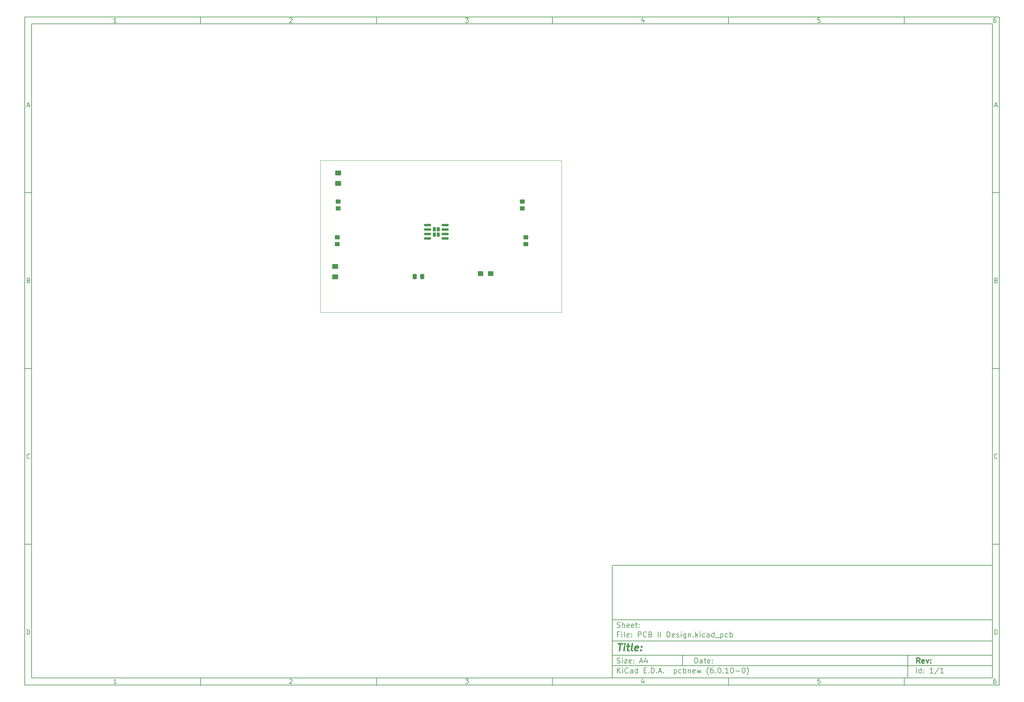
<source format=gbr>
%TF.GenerationSoftware,KiCad,Pcbnew,(6.0.10-0)*%
%TF.CreationDate,2023-02-24T22:40:58-08:00*%
%TF.ProjectId,PCB II Design,50434220-4949-4204-9465-7369676e2e6b,rev?*%
%TF.SameCoordinates,Original*%
%TF.FileFunction,Paste,Top*%
%TF.FilePolarity,Positive*%
%FSLAX46Y46*%
G04 Gerber Fmt 4.6, Leading zero omitted, Abs format (unit mm)*
G04 Created by KiCad (PCBNEW (6.0.10-0)) date 2023-02-24 22:40:58*
%MOMM*%
%LPD*%
G01*
G04 APERTURE LIST*
G04 Aperture macros list*
%AMRoundRect*
0 Rectangle with rounded corners*
0 $1 Rounding radius*
0 $2 $3 $4 $5 $6 $7 $8 $9 X,Y pos of 4 corners*
0 Add a 4 corners polygon primitive as box body*
4,1,4,$2,$3,$4,$5,$6,$7,$8,$9,$2,$3,0*
0 Add four circle primitives for the rounded corners*
1,1,$1+$1,$2,$3*
1,1,$1+$1,$4,$5*
1,1,$1+$1,$6,$7*
1,1,$1+$1,$8,$9*
0 Add four rect primitives between the rounded corners*
20,1,$1+$1,$2,$3,$4,$5,0*
20,1,$1+$1,$4,$5,$6,$7,0*
20,1,$1+$1,$6,$7,$8,$9,0*
20,1,$1+$1,$8,$9,$2,$3,0*%
G04 Aperture macros list end*
%ADD10C,0.100000*%
%ADD11C,0.150000*%
%ADD12C,0.300000*%
%ADD13C,0.400000*%
%TA.AperFunction,Profile*%
%ADD14C,0.100000*%
%TD*%
%ADD15RoundRect,0.250000X-0.450000X0.350000X-0.450000X-0.350000X0.450000X-0.350000X0.450000X0.350000X0*%
%ADD16RoundRect,0.250000X0.337500X0.475000X-0.337500X0.475000X-0.337500X-0.475000X0.337500X-0.475000X0*%
%ADD17RoundRect,0.250001X0.624999X-0.462499X0.624999X0.462499X-0.624999X0.462499X-0.624999X-0.462499X0*%
%ADD18RoundRect,0.230000X-0.230000X-0.375000X0.230000X-0.375000X0.230000X0.375000X-0.230000X0.375000X0*%
%ADD19RoundRect,0.150000X-0.825000X-0.150000X0.825000X-0.150000X0.825000X0.150000X-0.825000X0.150000X0*%
%ADD20RoundRect,0.250000X0.537500X0.425000X-0.537500X0.425000X-0.537500X-0.425000X0.537500X-0.425000X0*%
G04 APERTURE END LIST*
D10*
D11*
X177002200Y-166007200D02*
X177002200Y-198007200D01*
X285002200Y-198007200D01*
X285002200Y-166007200D01*
X177002200Y-166007200D01*
D10*
D11*
X10000000Y-10000000D02*
X10000000Y-200007200D01*
X287002200Y-200007200D01*
X287002200Y-10000000D01*
X10000000Y-10000000D01*
D10*
D11*
X12000000Y-12000000D02*
X12000000Y-198007200D01*
X285002200Y-198007200D01*
X285002200Y-12000000D01*
X12000000Y-12000000D01*
D10*
D11*
X60000000Y-12000000D02*
X60000000Y-10000000D01*
D10*
D11*
X110000000Y-12000000D02*
X110000000Y-10000000D01*
D10*
D11*
X160000000Y-12000000D02*
X160000000Y-10000000D01*
D10*
D11*
X210000000Y-12000000D02*
X210000000Y-10000000D01*
D10*
D11*
X260000000Y-12000000D02*
X260000000Y-10000000D01*
D10*
D11*
X36065476Y-11588095D02*
X35322619Y-11588095D01*
X35694047Y-11588095D02*
X35694047Y-10288095D01*
X35570238Y-10473809D01*
X35446428Y-10597619D01*
X35322619Y-10659523D01*
D10*
D11*
X85322619Y-10411904D02*
X85384523Y-10350000D01*
X85508333Y-10288095D01*
X85817857Y-10288095D01*
X85941666Y-10350000D01*
X86003571Y-10411904D01*
X86065476Y-10535714D01*
X86065476Y-10659523D01*
X86003571Y-10845238D01*
X85260714Y-11588095D01*
X86065476Y-11588095D01*
D10*
D11*
X135260714Y-10288095D02*
X136065476Y-10288095D01*
X135632142Y-10783333D01*
X135817857Y-10783333D01*
X135941666Y-10845238D01*
X136003571Y-10907142D01*
X136065476Y-11030952D01*
X136065476Y-11340476D01*
X136003571Y-11464285D01*
X135941666Y-11526190D01*
X135817857Y-11588095D01*
X135446428Y-11588095D01*
X135322619Y-11526190D01*
X135260714Y-11464285D01*
D10*
D11*
X185941666Y-10721428D02*
X185941666Y-11588095D01*
X185632142Y-10226190D02*
X185322619Y-11154761D01*
X186127380Y-11154761D01*
D10*
D11*
X236003571Y-10288095D02*
X235384523Y-10288095D01*
X235322619Y-10907142D01*
X235384523Y-10845238D01*
X235508333Y-10783333D01*
X235817857Y-10783333D01*
X235941666Y-10845238D01*
X236003571Y-10907142D01*
X236065476Y-11030952D01*
X236065476Y-11340476D01*
X236003571Y-11464285D01*
X235941666Y-11526190D01*
X235817857Y-11588095D01*
X235508333Y-11588095D01*
X235384523Y-11526190D01*
X235322619Y-11464285D01*
D10*
D11*
X285941666Y-10288095D02*
X285694047Y-10288095D01*
X285570238Y-10350000D01*
X285508333Y-10411904D01*
X285384523Y-10597619D01*
X285322619Y-10845238D01*
X285322619Y-11340476D01*
X285384523Y-11464285D01*
X285446428Y-11526190D01*
X285570238Y-11588095D01*
X285817857Y-11588095D01*
X285941666Y-11526190D01*
X286003571Y-11464285D01*
X286065476Y-11340476D01*
X286065476Y-11030952D01*
X286003571Y-10907142D01*
X285941666Y-10845238D01*
X285817857Y-10783333D01*
X285570238Y-10783333D01*
X285446428Y-10845238D01*
X285384523Y-10907142D01*
X285322619Y-11030952D01*
D10*
D11*
X60000000Y-198007200D02*
X60000000Y-200007200D01*
D10*
D11*
X110000000Y-198007200D02*
X110000000Y-200007200D01*
D10*
D11*
X160000000Y-198007200D02*
X160000000Y-200007200D01*
D10*
D11*
X210000000Y-198007200D02*
X210000000Y-200007200D01*
D10*
D11*
X260000000Y-198007200D02*
X260000000Y-200007200D01*
D10*
D11*
X36065476Y-199595295D02*
X35322619Y-199595295D01*
X35694047Y-199595295D02*
X35694047Y-198295295D01*
X35570238Y-198481009D01*
X35446428Y-198604819D01*
X35322619Y-198666723D01*
D10*
D11*
X85322619Y-198419104D02*
X85384523Y-198357200D01*
X85508333Y-198295295D01*
X85817857Y-198295295D01*
X85941666Y-198357200D01*
X86003571Y-198419104D01*
X86065476Y-198542914D01*
X86065476Y-198666723D01*
X86003571Y-198852438D01*
X85260714Y-199595295D01*
X86065476Y-199595295D01*
D10*
D11*
X135260714Y-198295295D02*
X136065476Y-198295295D01*
X135632142Y-198790533D01*
X135817857Y-198790533D01*
X135941666Y-198852438D01*
X136003571Y-198914342D01*
X136065476Y-199038152D01*
X136065476Y-199347676D01*
X136003571Y-199471485D01*
X135941666Y-199533390D01*
X135817857Y-199595295D01*
X135446428Y-199595295D01*
X135322619Y-199533390D01*
X135260714Y-199471485D01*
D10*
D11*
X185941666Y-198728628D02*
X185941666Y-199595295D01*
X185632142Y-198233390D02*
X185322619Y-199161961D01*
X186127380Y-199161961D01*
D10*
D11*
X236003571Y-198295295D02*
X235384523Y-198295295D01*
X235322619Y-198914342D01*
X235384523Y-198852438D01*
X235508333Y-198790533D01*
X235817857Y-198790533D01*
X235941666Y-198852438D01*
X236003571Y-198914342D01*
X236065476Y-199038152D01*
X236065476Y-199347676D01*
X236003571Y-199471485D01*
X235941666Y-199533390D01*
X235817857Y-199595295D01*
X235508333Y-199595295D01*
X235384523Y-199533390D01*
X235322619Y-199471485D01*
D10*
D11*
X285941666Y-198295295D02*
X285694047Y-198295295D01*
X285570238Y-198357200D01*
X285508333Y-198419104D01*
X285384523Y-198604819D01*
X285322619Y-198852438D01*
X285322619Y-199347676D01*
X285384523Y-199471485D01*
X285446428Y-199533390D01*
X285570238Y-199595295D01*
X285817857Y-199595295D01*
X285941666Y-199533390D01*
X286003571Y-199471485D01*
X286065476Y-199347676D01*
X286065476Y-199038152D01*
X286003571Y-198914342D01*
X285941666Y-198852438D01*
X285817857Y-198790533D01*
X285570238Y-198790533D01*
X285446428Y-198852438D01*
X285384523Y-198914342D01*
X285322619Y-199038152D01*
D10*
D11*
X10000000Y-60000000D02*
X12000000Y-60000000D01*
D10*
D11*
X10000000Y-110000000D02*
X12000000Y-110000000D01*
D10*
D11*
X10000000Y-160000000D02*
X12000000Y-160000000D01*
D10*
D11*
X10690476Y-35216666D02*
X11309523Y-35216666D01*
X10566666Y-35588095D02*
X11000000Y-34288095D01*
X11433333Y-35588095D01*
D10*
D11*
X11092857Y-84907142D02*
X11278571Y-84969047D01*
X11340476Y-85030952D01*
X11402380Y-85154761D01*
X11402380Y-85340476D01*
X11340476Y-85464285D01*
X11278571Y-85526190D01*
X11154761Y-85588095D01*
X10659523Y-85588095D01*
X10659523Y-84288095D01*
X11092857Y-84288095D01*
X11216666Y-84350000D01*
X11278571Y-84411904D01*
X11340476Y-84535714D01*
X11340476Y-84659523D01*
X11278571Y-84783333D01*
X11216666Y-84845238D01*
X11092857Y-84907142D01*
X10659523Y-84907142D01*
D10*
D11*
X11402380Y-135464285D02*
X11340476Y-135526190D01*
X11154761Y-135588095D01*
X11030952Y-135588095D01*
X10845238Y-135526190D01*
X10721428Y-135402380D01*
X10659523Y-135278571D01*
X10597619Y-135030952D01*
X10597619Y-134845238D01*
X10659523Y-134597619D01*
X10721428Y-134473809D01*
X10845238Y-134350000D01*
X11030952Y-134288095D01*
X11154761Y-134288095D01*
X11340476Y-134350000D01*
X11402380Y-134411904D01*
D10*
D11*
X10659523Y-185588095D02*
X10659523Y-184288095D01*
X10969047Y-184288095D01*
X11154761Y-184350000D01*
X11278571Y-184473809D01*
X11340476Y-184597619D01*
X11402380Y-184845238D01*
X11402380Y-185030952D01*
X11340476Y-185278571D01*
X11278571Y-185402380D01*
X11154761Y-185526190D01*
X10969047Y-185588095D01*
X10659523Y-185588095D01*
D10*
D11*
X287002200Y-60000000D02*
X285002200Y-60000000D01*
D10*
D11*
X287002200Y-110000000D02*
X285002200Y-110000000D01*
D10*
D11*
X287002200Y-160000000D02*
X285002200Y-160000000D01*
D10*
D11*
X285692676Y-35216666D02*
X286311723Y-35216666D01*
X285568866Y-35588095D02*
X286002200Y-34288095D01*
X286435533Y-35588095D01*
D10*
D11*
X286095057Y-84907142D02*
X286280771Y-84969047D01*
X286342676Y-85030952D01*
X286404580Y-85154761D01*
X286404580Y-85340476D01*
X286342676Y-85464285D01*
X286280771Y-85526190D01*
X286156961Y-85588095D01*
X285661723Y-85588095D01*
X285661723Y-84288095D01*
X286095057Y-84288095D01*
X286218866Y-84350000D01*
X286280771Y-84411904D01*
X286342676Y-84535714D01*
X286342676Y-84659523D01*
X286280771Y-84783333D01*
X286218866Y-84845238D01*
X286095057Y-84907142D01*
X285661723Y-84907142D01*
D10*
D11*
X286404580Y-135464285D02*
X286342676Y-135526190D01*
X286156961Y-135588095D01*
X286033152Y-135588095D01*
X285847438Y-135526190D01*
X285723628Y-135402380D01*
X285661723Y-135278571D01*
X285599819Y-135030952D01*
X285599819Y-134845238D01*
X285661723Y-134597619D01*
X285723628Y-134473809D01*
X285847438Y-134350000D01*
X286033152Y-134288095D01*
X286156961Y-134288095D01*
X286342676Y-134350000D01*
X286404580Y-134411904D01*
D10*
D11*
X285661723Y-185588095D02*
X285661723Y-184288095D01*
X285971247Y-184288095D01*
X286156961Y-184350000D01*
X286280771Y-184473809D01*
X286342676Y-184597619D01*
X286404580Y-184845238D01*
X286404580Y-185030952D01*
X286342676Y-185278571D01*
X286280771Y-185402380D01*
X286156961Y-185526190D01*
X285971247Y-185588095D01*
X285661723Y-185588095D01*
D10*
D11*
X200434342Y-193785771D02*
X200434342Y-192285771D01*
X200791485Y-192285771D01*
X201005771Y-192357200D01*
X201148628Y-192500057D01*
X201220057Y-192642914D01*
X201291485Y-192928628D01*
X201291485Y-193142914D01*
X201220057Y-193428628D01*
X201148628Y-193571485D01*
X201005771Y-193714342D01*
X200791485Y-193785771D01*
X200434342Y-193785771D01*
X202577200Y-193785771D02*
X202577200Y-193000057D01*
X202505771Y-192857200D01*
X202362914Y-192785771D01*
X202077200Y-192785771D01*
X201934342Y-192857200D01*
X202577200Y-193714342D02*
X202434342Y-193785771D01*
X202077200Y-193785771D01*
X201934342Y-193714342D01*
X201862914Y-193571485D01*
X201862914Y-193428628D01*
X201934342Y-193285771D01*
X202077200Y-193214342D01*
X202434342Y-193214342D01*
X202577200Y-193142914D01*
X203077200Y-192785771D02*
X203648628Y-192785771D01*
X203291485Y-192285771D02*
X203291485Y-193571485D01*
X203362914Y-193714342D01*
X203505771Y-193785771D01*
X203648628Y-193785771D01*
X204720057Y-193714342D02*
X204577200Y-193785771D01*
X204291485Y-193785771D01*
X204148628Y-193714342D01*
X204077200Y-193571485D01*
X204077200Y-193000057D01*
X204148628Y-192857200D01*
X204291485Y-192785771D01*
X204577200Y-192785771D01*
X204720057Y-192857200D01*
X204791485Y-193000057D01*
X204791485Y-193142914D01*
X204077200Y-193285771D01*
X205434342Y-193642914D02*
X205505771Y-193714342D01*
X205434342Y-193785771D01*
X205362914Y-193714342D01*
X205434342Y-193642914D01*
X205434342Y-193785771D01*
X205434342Y-192857200D02*
X205505771Y-192928628D01*
X205434342Y-193000057D01*
X205362914Y-192928628D01*
X205434342Y-192857200D01*
X205434342Y-193000057D01*
D10*
D11*
X177002200Y-194507200D02*
X285002200Y-194507200D01*
D10*
D11*
X178434342Y-196585771D02*
X178434342Y-195085771D01*
X179291485Y-196585771D02*
X178648628Y-195728628D01*
X179291485Y-195085771D02*
X178434342Y-195942914D01*
X179934342Y-196585771D02*
X179934342Y-195585771D01*
X179934342Y-195085771D02*
X179862914Y-195157200D01*
X179934342Y-195228628D01*
X180005771Y-195157200D01*
X179934342Y-195085771D01*
X179934342Y-195228628D01*
X181505771Y-196442914D02*
X181434342Y-196514342D01*
X181220057Y-196585771D01*
X181077200Y-196585771D01*
X180862914Y-196514342D01*
X180720057Y-196371485D01*
X180648628Y-196228628D01*
X180577200Y-195942914D01*
X180577200Y-195728628D01*
X180648628Y-195442914D01*
X180720057Y-195300057D01*
X180862914Y-195157200D01*
X181077200Y-195085771D01*
X181220057Y-195085771D01*
X181434342Y-195157200D01*
X181505771Y-195228628D01*
X182791485Y-196585771D02*
X182791485Y-195800057D01*
X182720057Y-195657200D01*
X182577200Y-195585771D01*
X182291485Y-195585771D01*
X182148628Y-195657200D01*
X182791485Y-196514342D02*
X182648628Y-196585771D01*
X182291485Y-196585771D01*
X182148628Y-196514342D01*
X182077200Y-196371485D01*
X182077200Y-196228628D01*
X182148628Y-196085771D01*
X182291485Y-196014342D01*
X182648628Y-196014342D01*
X182791485Y-195942914D01*
X184148628Y-196585771D02*
X184148628Y-195085771D01*
X184148628Y-196514342D02*
X184005771Y-196585771D01*
X183720057Y-196585771D01*
X183577200Y-196514342D01*
X183505771Y-196442914D01*
X183434342Y-196300057D01*
X183434342Y-195871485D01*
X183505771Y-195728628D01*
X183577200Y-195657200D01*
X183720057Y-195585771D01*
X184005771Y-195585771D01*
X184148628Y-195657200D01*
X186005771Y-195800057D02*
X186505771Y-195800057D01*
X186720057Y-196585771D02*
X186005771Y-196585771D01*
X186005771Y-195085771D01*
X186720057Y-195085771D01*
X187362914Y-196442914D02*
X187434342Y-196514342D01*
X187362914Y-196585771D01*
X187291485Y-196514342D01*
X187362914Y-196442914D01*
X187362914Y-196585771D01*
X188077200Y-196585771D02*
X188077200Y-195085771D01*
X188434342Y-195085771D01*
X188648628Y-195157200D01*
X188791485Y-195300057D01*
X188862914Y-195442914D01*
X188934342Y-195728628D01*
X188934342Y-195942914D01*
X188862914Y-196228628D01*
X188791485Y-196371485D01*
X188648628Y-196514342D01*
X188434342Y-196585771D01*
X188077200Y-196585771D01*
X189577200Y-196442914D02*
X189648628Y-196514342D01*
X189577200Y-196585771D01*
X189505771Y-196514342D01*
X189577200Y-196442914D01*
X189577200Y-196585771D01*
X190220057Y-196157200D02*
X190934342Y-196157200D01*
X190077200Y-196585771D02*
X190577200Y-195085771D01*
X191077200Y-196585771D01*
X191577200Y-196442914D02*
X191648628Y-196514342D01*
X191577200Y-196585771D01*
X191505771Y-196514342D01*
X191577200Y-196442914D01*
X191577200Y-196585771D01*
X194577200Y-195585771D02*
X194577200Y-197085771D01*
X194577200Y-195657200D02*
X194720057Y-195585771D01*
X195005771Y-195585771D01*
X195148628Y-195657200D01*
X195220057Y-195728628D01*
X195291485Y-195871485D01*
X195291485Y-196300057D01*
X195220057Y-196442914D01*
X195148628Y-196514342D01*
X195005771Y-196585771D01*
X194720057Y-196585771D01*
X194577200Y-196514342D01*
X196577200Y-196514342D02*
X196434342Y-196585771D01*
X196148628Y-196585771D01*
X196005771Y-196514342D01*
X195934342Y-196442914D01*
X195862914Y-196300057D01*
X195862914Y-195871485D01*
X195934342Y-195728628D01*
X196005771Y-195657200D01*
X196148628Y-195585771D01*
X196434342Y-195585771D01*
X196577200Y-195657200D01*
X197220057Y-196585771D02*
X197220057Y-195085771D01*
X197220057Y-195657200D02*
X197362914Y-195585771D01*
X197648628Y-195585771D01*
X197791485Y-195657200D01*
X197862914Y-195728628D01*
X197934342Y-195871485D01*
X197934342Y-196300057D01*
X197862914Y-196442914D01*
X197791485Y-196514342D01*
X197648628Y-196585771D01*
X197362914Y-196585771D01*
X197220057Y-196514342D01*
X198577200Y-195585771D02*
X198577200Y-196585771D01*
X198577200Y-195728628D02*
X198648628Y-195657200D01*
X198791485Y-195585771D01*
X199005771Y-195585771D01*
X199148628Y-195657200D01*
X199220057Y-195800057D01*
X199220057Y-196585771D01*
X200505771Y-196514342D02*
X200362914Y-196585771D01*
X200077200Y-196585771D01*
X199934342Y-196514342D01*
X199862914Y-196371485D01*
X199862914Y-195800057D01*
X199934342Y-195657200D01*
X200077200Y-195585771D01*
X200362914Y-195585771D01*
X200505771Y-195657200D01*
X200577200Y-195800057D01*
X200577200Y-195942914D01*
X199862914Y-196085771D01*
X201077200Y-195585771D02*
X201362914Y-196585771D01*
X201648628Y-195871485D01*
X201934342Y-196585771D01*
X202220057Y-195585771D01*
X204362914Y-197157200D02*
X204291485Y-197085771D01*
X204148628Y-196871485D01*
X204077200Y-196728628D01*
X204005771Y-196514342D01*
X203934342Y-196157200D01*
X203934342Y-195871485D01*
X204005771Y-195514342D01*
X204077200Y-195300057D01*
X204148628Y-195157200D01*
X204291485Y-194942914D01*
X204362914Y-194871485D01*
X205577200Y-195085771D02*
X205291485Y-195085771D01*
X205148628Y-195157200D01*
X205077200Y-195228628D01*
X204934342Y-195442914D01*
X204862914Y-195728628D01*
X204862914Y-196300057D01*
X204934342Y-196442914D01*
X205005771Y-196514342D01*
X205148628Y-196585771D01*
X205434342Y-196585771D01*
X205577200Y-196514342D01*
X205648628Y-196442914D01*
X205720057Y-196300057D01*
X205720057Y-195942914D01*
X205648628Y-195800057D01*
X205577200Y-195728628D01*
X205434342Y-195657200D01*
X205148628Y-195657200D01*
X205005771Y-195728628D01*
X204934342Y-195800057D01*
X204862914Y-195942914D01*
X206362914Y-196442914D02*
X206434342Y-196514342D01*
X206362914Y-196585771D01*
X206291485Y-196514342D01*
X206362914Y-196442914D01*
X206362914Y-196585771D01*
X207362914Y-195085771D02*
X207505771Y-195085771D01*
X207648628Y-195157200D01*
X207720057Y-195228628D01*
X207791485Y-195371485D01*
X207862914Y-195657200D01*
X207862914Y-196014342D01*
X207791485Y-196300057D01*
X207720057Y-196442914D01*
X207648628Y-196514342D01*
X207505771Y-196585771D01*
X207362914Y-196585771D01*
X207220057Y-196514342D01*
X207148628Y-196442914D01*
X207077200Y-196300057D01*
X207005771Y-196014342D01*
X207005771Y-195657200D01*
X207077200Y-195371485D01*
X207148628Y-195228628D01*
X207220057Y-195157200D01*
X207362914Y-195085771D01*
X208505771Y-196442914D02*
X208577200Y-196514342D01*
X208505771Y-196585771D01*
X208434342Y-196514342D01*
X208505771Y-196442914D01*
X208505771Y-196585771D01*
X210005771Y-196585771D02*
X209148628Y-196585771D01*
X209577200Y-196585771D02*
X209577200Y-195085771D01*
X209434342Y-195300057D01*
X209291485Y-195442914D01*
X209148628Y-195514342D01*
X210934342Y-195085771D02*
X211077200Y-195085771D01*
X211220057Y-195157200D01*
X211291485Y-195228628D01*
X211362914Y-195371485D01*
X211434342Y-195657200D01*
X211434342Y-196014342D01*
X211362914Y-196300057D01*
X211291485Y-196442914D01*
X211220057Y-196514342D01*
X211077200Y-196585771D01*
X210934342Y-196585771D01*
X210791485Y-196514342D01*
X210720057Y-196442914D01*
X210648628Y-196300057D01*
X210577200Y-196014342D01*
X210577200Y-195657200D01*
X210648628Y-195371485D01*
X210720057Y-195228628D01*
X210791485Y-195157200D01*
X210934342Y-195085771D01*
X212077200Y-196014342D02*
X213220057Y-196014342D01*
X214220057Y-195085771D02*
X214362914Y-195085771D01*
X214505771Y-195157200D01*
X214577200Y-195228628D01*
X214648628Y-195371485D01*
X214720057Y-195657200D01*
X214720057Y-196014342D01*
X214648628Y-196300057D01*
X214577200Y-196442914D01*
X214505771Y-196514342D01*
X214362914Y-196585771D01*
X214220057Y-196585771D01*
X214077200Y-196514342D01*
X214005771Y-196442914D01*
X213934342Y-196300057D01*
X213862914Y-196014342D01*
X213862914Y-195657200D01*
X213934342Y-195371485D01*
X214005771Y-195228628D01*
X214077200Y-195157200D01*
X214220057Y-195085771D01*
X215220057Y-197157200D02*
X215291485Y-197085771D01*
X215434342Y-196871485D01*
X215505771Y-196728628D01*
X215577200Y-196514342D01*
X215648628Y-196157200D01*
X215648628Y-195871485D01*
X215577200Y-195514342D01*
X215505771Y-195300057D01*
X215434342Y-195157200D01*
X215291485Y-194942914D01*
X215220057Y-194871485D01*
D10*
D11*
X177002200Y-191507200D02*
X285002200Y-191507200D01*
D10*
D12*
X264411485Y-193785771D02*
X263911485Y-193071485D01*
X263554342Y-193785771D02*
X263554342Y-192285771D01*
X264125771Y-192285771D01*
X264268628Y-192357200D01*
X264340057Y-192428628D01*
X264411485Y-192571485D01*
X264411485Y-192785771D01*
X264340057Y-192928628D01*
X264268628Y-193000057D01*
X264125771Y-193071485D01*
X263554342Y-193071485D01*
X265625771Y-193714342D02*
X265482914Y-193785771D01*
X265197200Y-193785771D01*
X265054342Y-193714342D01*
X264982914Y-193571485D01*
X264982914Y-193000057D01*
X265054342Y-192857200D01*
X265197200Y-192785771D01*
X265482914Y-192785771D01*
X265625771Y-192857200D01*
X265697200Y-193000057D01*
X265697200Y-193142914D01*
X264982914Y-193285771D01*
X266197200Y-192785771D02*
X266554342Y-193785771D01*
X266911485Y-192785771D01*
X267482914Y-193642914D02*
X267554342Y-193714342D01*
X267482914Y-193785771D01*
X267411485Y-193714342D01*
X267482914Y-193642914D01*
X267482914Y-193785771D01*
X267482914Y-192857200D02*
X267554342Y-192928628D01*
X267482914Y-193000057D01*
X267411485Y-192928628D01*
X267482914Y-192857200D01*
X267482914Y-193000057D01*
D10*
D11*
X178362914Y-193714342D02*
X178577200Y-193785771D01*
X178934342Y-193785771D01*
X179077200Y-193714342D01*
X179148628Y-193642914D01*
X179220057Y-193500057D01*
X179220057Y-193357200D01*
X179148628Y-193214342D01*
X179077200Y-193142914D01*
X178934342Y-193071485D01*
X178648628Y-193000057D01*
X178505771Y-192928628D01*
X178434342Y-192857200D01*
X178362914Y-192714342D01*
X178362914Y-192571485D01*
X178434342Y-192428628D01*
X178505771Y-192357200D01*
X178648628Y-192285771D01*
X179005771Y-192285771D01*
X179220057Y-192357200D01*
X179862914Y-193785771D02*
X179862914Y-192785771D01*
X179862914Y-192285771D02*
X179791485Y-192357200D01*
X179862914Y-192428628D01*
X179934342Y-192357200D01*
X179862914Y-192285771D01*
X179862914Y-192428628D01*
X180434342Y-192785771D02*
X181220057Y-192785771D01*
X180434342Y-193785771D01*
X181220057Y-193785771D01*
X182362914Y-193714342D02*
X182220057Y-193785771D01*
X181934342Y-193785771D01*
X181791485Y-193714342D01*
X181720057Y-193571485D01*
X181720057Y-193000057D01*
X181791485Y-192857200D01*
X181934342Y-192785771D01*
X182220057Y-192785771D01*
X182362914Y-192857200D01*
X182434342Y-193000057D01*
X182434342Y-193142914D01*
X181720057Y-193285771D01*
X183077200Y-193642914D02*
X183148628Y-193714342D01*
X183077200Y-193785771D01*
X183005771Y-193714342D01*
X183077200Y-193642914D01*
X183077200Y-193785771D01*
X183077200Y-192857200D02*
X183148628Y-192928628D01*
X183077200Y-193000057D01*
X183005771Y-192928628D01*
X183077200Y-192857200D01*
X183077200Y-193000057D01*
X184862914Y-193357200D02*
X185577200Y-193357200D01*
X184720057Y-193785771D02*
X185220057Y-192285771D01*
X185720057Y-193785771D01*
X186862914Y-192785771D02*
X186862914Y-193785771D01*
X186505771Y-192214342D02*
X186148628Y-193285771D01*
X187077200Y-193285771D01*
D10*
D11*
X263434342Y-196585771D02*
X263434342Y-195085771D01*
X264791485Y-196585771D02*
X264791485Y-195085771D01*
X264791485Y-196514342D02*
X264648628Y-196585771D01*
X264362914Y-196585771D01*
X264220057Y-196514342D01*
X264148628Y-196442914D01*
X264077200Y-196300057D01*
X264077200Y-195871485D01*
X264148628Y-195728628D01*
X264220057Y-195657200D01*
X264362914Y-195585771D01*
X264648628Y-195585771D01*
X264791485Y-195657200D01*
X265505771Y-196442914D02*
X265577200Y-196514342D01*
X265505771Y-196585771D01*
X265434342Y-196514342D01*
X265505771Y-196442914D01*
X265505771Y-196585771D01*
X265505771Y-195657200D02*
X265577200Y-195728628D01*
X265505771Y-195800057D01*
X265434342Y-195728628D01*
X265505771Y-195657200D01*
X265505771Y-195800057D01*
X268148628Y-196585771D02*
X267291485Y-196585771D01*
X267720057Y-196585771D02*
X267720057Y-195085771D01*
X267577200Y-195300057D01*
X267434342Y-195442914D01*
X267291485Y-195514342D01*
X269862914Y-195014342D02*
X268577200Y-196942914D01*
X271148628Y-196585771D02*
X270291485Y-196585771D01*
X270720057Y-196585771D02*
X270720057Y-195085771D01*
X270577200Y-195300057D01*
X270434342Y-195442914D01*
X270291485Y-195514342D01*
D10*
D11*
X177002200Y-187507200D02*
X285002200Y-187507200D01*
D10*
D13*
X178714580Y-188211961D02*
X179857438Y-188211961D01*
X179036009Y-190211961D02*
X179286009Y-188211961D01*
X180274104Y-190211961D02*
X180440771Y-188878628D01*
X180524104Y-188211961D02*
X180416961Y-188307200D01*
X180500295Y-188402438D01*
X180607438Y-188307200D01*
X180524104Y-188211961D01*
X180500295Y-188402438D01*
X181107438Y-188878628D02*
X181869342Y-188878628D01*
X181476485Y-188211961D02*
X181262200Y-189926247D01*
X181333628Y-190116723D01*
X181512200Y-190211961D01*
X181702676Y-190211961D01*
X182655057Y-190211961D02*
X182476485Y-190116723D01*
X182405057Y-189926247D01*
X182619342Y-188211961D01*
X184190771Y-190116723D02*
X183988390Y-190211961D01*
X183607438Y-190211961D01*
X183428866Y-190116723D01*
X183357438Y-189926247D01*
X183452676Y-189164342D01*
X183571723Y-188973866D01*
X183774104Y-188878628D01*
X184155057Y-188878628D01*
X184333628Y-188973866D01*
X184405057Y-189164342D01*
X184381247Y-189354819D01*
X183405057Y-189545295D01*
X185155057Y-190021485D02*
X185238390Y-190116723D01*
X185131247Y-190211961D01*
X185047914Y-190116723D01*
X185155057Y-190021485D01*
X185131247Y-190211961D01*
X185286009Y-188973866D02*
X185369342Y-189069104D01*
X185262200Y-189164342D01*
X185178866Y-189069104D01*
X185286009Y-188973866D01*
X185262200Y-189164342D01*
D10*
D11*
X178934342Y-185600057D02*
X178434342Y-185600057D01*
X178434342Y-186385771D02*
X178434342Y-184885771D01*
X179148628Y-184885771D01*
X179720057Y-186385771D02*
X179720057Y-185385771D01*
X179720057Y-184885771D02*
X179648628Y-184957200D01*
X179720057Y-185028628D01*
X179791485Y-184957200D01*
X179720057Y-184885771D01*
X179720057Y-185028628D01*
X180648628Y-186385771D02*
X180505771Y-186314342D01*
X180434342Y-186171485D01*
X180434342Y-184885771D01*
X181791485Y-186314342D02*
X181648628Y-186385771D01*
X181362914Y-186385771D01*
X181220057Y-186314342D01*
X181148628Y-186171485D01*
X181148628Y-185600057D01*
X181220057Y-185457200D01*
X181362914Y-185385771D01*
X181648628Y-185385771D01*
X181791485Y-185457200D01*
X181862914Y-185600057D01*
X181862914Y-185742914D01*
X181148628Y-185885771D01*
X182505771Y-186242914D02*
X182577200Y-186314342D01*
X182505771Y-186385771D01*
X182434342Y-186314342D01*
X182505771Y-186242914D01*
X182505771Y-186385771D01*
X182505771Y-185457200D02*
X182577200Y-185528628D01*
X182505771Y-185600057D01*
X182434342Y-185528628D01*
X182505771Y-185457200D01*
X182505771Y-185600057D01*
X184362914Y-186385771D02*
X184362914Y-184885771D01*
X184934342Y-184885771D01*
X185077200Y-184957200D01*
X185148628Y-185028628D01*
X185220057Y-185171485D01*
X185220057Y-185385771D01*
X185148628Y-185528628D01*
X185077200Y-185600057D01*
X184934342Y-185671485D01*
X184362914Y-185671485D01*
X186720057Y-186242914D02*
X186648628Y-186314342D01*
X186434342Y-186385771D01*
X186291485Y-186385771D01*
X186077200Y-186314342D01*
X185934342Y-186171485D01*
X185862914Y-186028628D01*
X185791485Y-185742914D01*
X185791485Y-185528628D01*
X185862914Y-185242914D01*
X185934342Y-185100057D01*
X186077200Y-184957200D01*
X186291485Y-184885771D01*
X186434342Y-184885771D01*
X186648628Y-184957200D01*
X186720057Y-185028628D01*
X187862914Y-185600057D02*
X188077200Y-185671485D01*
X188148628Y-185742914D01*
X188220057Y-185885771D01*
X188220057Y-186100057D01*
X188148628Y-186242914D01*
X188077200Y-186314342D01*
X187934342Y-186385771D01*
X187362914Y-186385771D01*
X187362914Y-184885771D01*
X187862914Y-184885771D01*
X188005771Y-184957200D01*
X188077200Y-185028628D01*
X188148628Y-185171485D01*
X188148628Y-185314342D01*
X188077200Y-185457200D01*
X188005771Y-185528628D01*
X187862914Y-185600057D01*
X187362914Y-185600057D01*
X190005771Y-186385771D02*
X190005771Y-184885771D01*
X190720057Y-186385771D02*
X190720057Y-184885771D01*
X192577200Y-186385771D02*
X192577200Y-184885771D01*
X192934342Y-184885771D01*
X193148628Y-184957200D01*
X193291485Y-185100057D01*
X193362914Y-185242914D01*
X193434342Y-185528628D01*
X193434342Y-185742914D01*
X193362914Y-186028628D01*
X193291485Y-186171485D01*
X193148628Y-186314342D01*
X192934342Y-186385771D01*
X192577200Y-186385771D01*
X194648628Y-186314342D02*
X194505771Y-186385771D01*
X194220057Y-186385771D01*
X194077200Y-186314342D01*
X194005771Y-186171485D01*
X194005771Y-185600057D01*
X194077200Y-185457200D01*
X194220057Y-185385771D01*
X194505771Y-185385771D01*
X194648628Y-185457200D01*
X194720057Y-185600057D01*
X194720057Y-185742914D01*
X194005771Y-185885771D01*
X195291485Y-186314342D02*
X195434342Y-186385771D01*
X195720057Y-186385771D01*
X195862914Y-186314342D01*
X195934342Y-186171485D01*
X195934342Y-186100057D01*
X195862914Y-185957200D01*
X195720057Y-185885771D01*
X195505771Y-185885771D01*
X195362914Y-185814342D01*
X195291485Y-185671485D01*
X195291485Y-185600057D01*
X195362914Y-185457200D01*
X195505771Y-185385771D01*
X195720057Y-185385771D01*
X195862914Y-185457200D01*
X196577200Y-186385771D02*
X196577200Y-185385771D01*
X196577200Y-184885771D02*
X196505771Y-184957200D01*
X196577200Y-185028628D01*
X196648628Y-184957200D01*
X196577200Y-184885771D01*
X196577200Y-185028628D01*
X197934342Y-185385771D02*
X197934342Y-186600057D01*
X197862914Y-186742914D01*
X197791485Y-186814342D01*
X197648628Y-186885771D01*
X197434342Y-186885771D01*
X197291485Y-186814342D01*
X197934342Y-186314342D02*
X197791485Y-186385771D01*
X197505771Y-186385771D01*
X197362914Y-186314342D01*
X197291485Y-186242914D01*
X197220057Y-186100057D01*
X197220057Y-185671485D01*
X197291485Y-185528628D01*
X197362914Y-185457200D01*
X197505771Y-185385771D01*
X197791485Y-185385771D01*
X197934342Y-185457200D01*
X198648628Y-185385771D02*
X198648628Y-186385771D01*
X198648628Y-185528628D02*
X198720057Y-185457200D01*
X198862914Y-185385771D01*
X199077200Y-185385771D01*
X199220057Y-185457200D01*
X199291485Y-185600057D01*
X199291485Y-186385771D01*
X200005771Y-186242914D02*
X200077200Y-186314342D01*
X200005771Y-186385771D01*
X199934342Y-186314342D01*
X200005771Y-186242914D01*
X200005771Y-186385771D01*
X200720057Y-186385771D02*
X200720057Y-184885771D01*
X200862914Y-185814342D02*
X201291485Y-186385771D01*
X201291485Y-185385771D02*
X200720057Y-185957200D01*
X201934342Y-186385771D02*
X201934342Y-185385771D01*
X201934342Y-184885771D02*
X201862914Y-184957200D01*
X201934342Y-185028628D01*
X202005771Y-184957200D01*
X201934342Y-184885771D01*
X201934342Y-185028628D01*
X203291485Y-186314342D02*
X203148628Y-186385771D01*
X202862914Y-186385771D01*
X202720057Y-186314342D01*
X202648628Y-186242914D01*
X202577200Y-186100057D01*
X202577200Y-185671485D01*
X202648628Y-185528628D01*
X202720057Y-185457200D01*
X202862914Y-185385771D01*
X203148628Y-185385771D01*
X203291485Y-185457200D01*
X204577200Y-186385771D02*
X204577200Y-185600057D01*
X204505771Y-185457200D01*
X204362914Y-185385771D01*
X204077200Y-185385771D01*
X203934342Y-185457200D01*
X204577200Y-186314342D02*
X204434342Y-186385771D01*
X204077200Y-186385771D01*
X203934342Y-186314342D01*
X203862914Y-186171485D01*
X203862914Y-186028628D01*
X203934342Y-185885771D01*
X204077200Y-185814342D01*
X204434342Y-185814342D01*
X204577200Y-185742914D01*
X205934342Y-186385771D02*
X205934342Y-184885771D01*
X205934342Y-186314342D02*
X205791485Y-186385771D01*
X205505771Y-186385771D01*
X205362914Y-186314342D01*
X205291485Y-186242914D01*
X205220057Y-186100057D01*
X205220057Y-185671485D01*
X205291485Y-185528628D01*
X205362914Y-185457200D01*
X205505771Y-185385771D01*
X205791485Y-185385771D01*
X205934342Y-185457200D01*
X206291485Y-186528628D02*
X207434342Y-186528628D01*
X207791485Y-185385771D02*
X207791485Y-186885771D01*
X207791485Y-185457200D02*
X207934342Y-185385771D01*
X208220057Y-185385771D01*
X208362914Y-185457200D01*
X208434342Y-185528628D01*
X208505771Y-185671485D01*
X208505771Y-186100057D01*
X208434342Y-186242914D01*
X208362914Y-186314342D01*
X208220057Y-186385771D01*
X207934342Y-186385771D01*
X207791485Y-186314342D01*
X209791485Y-186314342D02*
X209648628Y-186385771D01*
X209362914Y-186385771D01*
X209220057Y-186314342D01*
X209148628Y-186242914D01*
X209077200Y-186100057D01*
X209077200Y-185671485D01*
X209148628Y-185528628D01*
X209220057Y-185457200D01*
X209362914Y-185385771D01*
X209648628Y-185385771D01*
X209791485Y-185457200D01*
X210434342Y-186385771D02*
X210434342Y-184885771D01*
X210434342Y-185457200D02*
X210577200Y-185385771D01*
X210862914Y-185385771D01*
X211005771Y-185457200D01*
X211077200Y-185528628D01*
X211148628Y-185671485D01*
X211148628Y-186100057D01*
X211077200Y-186242914D01*
X211005771Y-186314342D01*
X210862914Y-186385771D01*
X210577200Y-186385771D01*
X210434342Y-186314342D01*
D10*
D11*
X177002200Y-181507200D02*
X285002200Y-181507200D01*
D10*
D11*
X178362914Y-183614342D02*
X178577200Y-183685771D01*
X178934342Y-183685771D01*
X179077200Y-183614342D01*
X179148628Y-183542914D01*
X179220057Y-183400057D01*
X179220057Y-183257200D01*
X179148628Y-183114342D01*
X179077200Y-183042914D01*
X178934342Y-182971485D01*
X178648628Y-182900057D01*
X178505771Y-182828628D01*
X178434342Y-182757200D01*
X178362914Y-182614342D01*
X178362914Y-182471485D01*
X178434342Y-182328628D01*
X178505771Y-182257200D01*
X178648628Y-182185771D01*
X179005771Y-182185771D01*
X179220057Y-182257200D01*
X179862914Y-183685771D02*
X179862914Y-182185771D01*
X180505771Y-183685771D02*
X180505771Y-182900057D01*
X180434342Y-182757200D01*
X180291485Y-182685771D01*
X180077200Y-182685771D01*
X179934342Y-182757200D01*
X179862914Y-182828628D01*
X181791485Y-183614342D02*
X181648628Y-183685771D01*
X181362914Y-183685771D01*
X181220057Y-183614342D01*
X181148628Y-183471485D01*
X181148628Y-182900057D01*
X181220057Y-182757200D01*
X181362914Y-182685771D01*
X181648628Y-182685771D01*
X181791485Y-182757200D01*
X181862914Y-182900057D01*
X181862914Y-183042914D01*
X181148628Y-183185771D01*
X183077200Y-183614342D02*
X182934342Y-183685771D01*
X182648628Y-183685771D01*
X182505771Y-183614342D01*
X182434342Y-183471485D01*
X182434342Y-182900057D01*
X182505771Y-182757200D01*
X182648628Y-182685771D01*
X182934342Y-182685771D01*
X183077200Y-182757200D01*
X183148628Y-182900057D01*
X183148628Y-183042914D01*
X182434342Y-183185771D01*
X183577200Y-182685771D02*
X184148628Y-182685771D01*
X183791485Y-182185771D02*
X183791485Y-183471485D01*
X183862914Y-183614342D01*
X184005771Y-183685771D01*
X184148628Y-183685771D01*
X184648628Y-183542914D02*
X184720057Y-183614342D01*
X184648628Y-183685771D01*
X184577200Y-183614342D01*
X184648628Y-183542914D01*
X184648628Y-183685771D01*
X184648628Y-182757200D02*
X184720057Y-182828628D01*
X184648628Y-182900057D01*
X184577200Y-182828628D01*
X184648628Y-182757200D01*
X184648628Y-182900057D01*
D10*
D12*
D10*
D11*
D10*
D11*
D10*
D11*
D10*
D11*
D10*
D11*
X197002200Y-191507200D02*
X197002200Y-194507200D01*
D10*
D11*
X261002200Y-191507200D02*
X261002200Y-198007200D01*
D14*
X93980000Y-50800000D02*
X162560000Y-50800000D01*
X162560000Y-50800000D02*
X162560000Y-93980000D01*
X162560000Y-93980000D02*
X93980000Y-93980000D01*
X93980000Y-93980000D02*
X93980000Y-50800000D01*
D15*
%TO.C,R3*%
X151400000Y-62500000D03*
X151400000Y-64500000D03*
%TD*%
%TO.C,R1*%
X99060000Y-62500000D03*
X99060000Y-64500000D03*
%TD*%
D16*
%TO.C,C1*%
X122957500Y-83820000D03*
X120882500Y-83820000D03*
%TD*%
D17*
%TO.C,D2*%
X98260000Y-83967500D03*
X98260000Y-80992500D03*
%TD*%
%TO.C,D1*%
X99060000Y-57367500D03*
X99060000Y-54392500D03*
%TD*%
D18*
%TO.C,U1*%
X126430000Y-71870000D03*
X127570000Y-71870000D03*
X126430000Y-70370000D03*
X127570000Y-70370000D03*
D19*
X124525000Y-69215000D03*
X124525000Y-70485000D03*
X124525000Y-71755000D03*
X124525000Y-73025000D03*
X129475000Y-73025000D03*
X129475000Y-71755000D03*
X129475000Y-70485000D03*
X129475000Y-69215000D03*
%TD*%
D15*
%TO.C,R2*%
X98810000Y-72660000D03*
X98810000Y-74660000D03*
%TD*%
D20*
%TO.C,C2*%
X142412500Y-83020000D03*
X139537500Y-83020000D03*
%TD*%
D15*
%TO.C,R4*%
X152400000Y-72660000D03*
X152400000Y-74660000D03*
%TD*%
M02*

</source>
